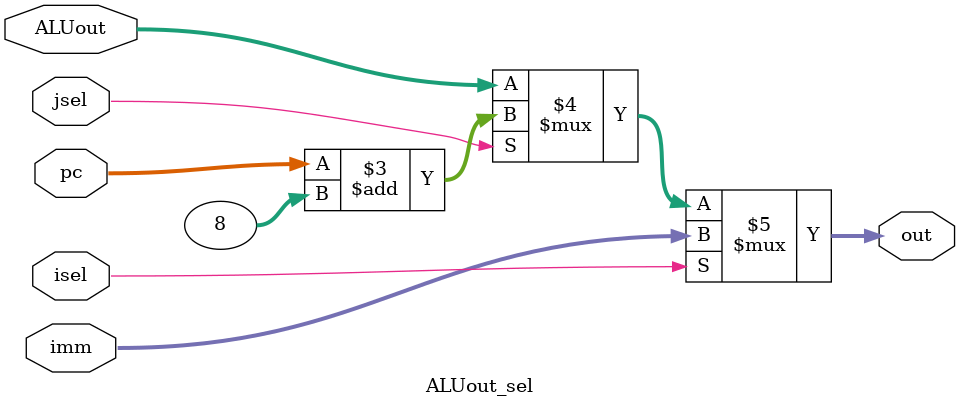
<source format=v>
`timescale 1ns / 1ps
module ALUout_sel(
    input [31:0]ALUout,
    input [31:0]imm,
	 input [31:0]pc,
    input isel,
	 input jsel,
    output [31:0]out
    );
	 
	 assign out = (isel == 1)? imm:
                           	 (jsel==1)?pc+8:
										 ALUout;


endmodule

</source>
